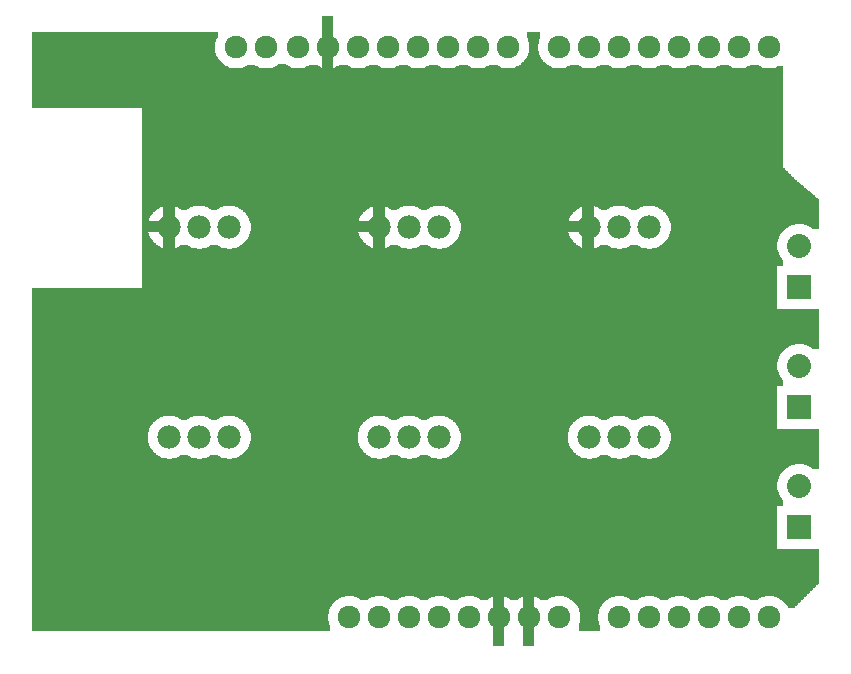
<source format=gbl>
G04 MADE WITH FRITZING*
G04 WWW.FRITZING.ORG*
G04 DOUBLE SIDED*
G04 HOLES PLATED*
G04 CONTOUR ON CENTER OF CONTOUR VECTOR*
%ASAXBY*%
%FSLAX23Y23*%
%MOIN*%
%OFA0B0*%
%SFA1.0B1.0*%
%ADD10C,0.075000*%
%ADD11C,0.075833*%
%ADD12C,0.078000*%
%ADD13C,0.080000*%
%ADD14C,0.039370*%
%ADD15R,0.080000X0.080000*%
%ADD16R,0.001000X0.001000*%
%LNCOPPER0*%
G90*
G70*
G54D10*
X131Y1993D03*
G54D11*
X732Y1997D03*
X832Y1997D03*
X939Y1997D03*
X1039Y1997D03*
X1139Y1997D03*
X1239Y1997D03*
X1339Y1997D03*
X1439Y1997D03*
X1539Y1997D03*
X1639Y1997D03*
X1809Y1997D03*
X1909Y1997D03*
X2009Y1997D03*
X2109Y1997D03*
X2209Y1997D03*
X2309Y1997D03*
X2409Y1997D03*
X2509Y1997D03*
X1109Y97D03*
X1209Y97D03*
X1309Y97D03*
X1409Y97D03*
X1509Y97D03*
X1609Y97D03*
X1709Y97D03*
X1809Y97D03*
X2009Y97D03*
X2109Y97D03*
X2209Y97D03*
X2309Y97D03*
X2409Y97D03*
X2509Y97D03*
G54D12*
X1909Y1397D03*
X2009Y1397D03*
X2109Y1397D03*
X1909Y697D03*
X2009Y697D03*
X2109Y697D03*
G54D13*
X2609Y397D03*
X2609Y535D03*
G54D12*
X1209Y1397D03*
X1309Y1397D03*
X1409Y1397D03*
X1209Y697D03*
X1309Y697D03*
X1409Y697D03*
G54D13*
X2609Y797D03*
X2609Y935D03*
G54D12*
X509Y1397D03*
X609Y1397D03*
X709Y1397D03*
X509Y697D03*
X609Y697D03*
X709Y697D03*
G54D13*
X2609Y1197D03*
X2609Y1335D03*
G54D14*
X2409Y697D03*
X509Y897D03*
X1809Y1297D03*
G54D15*
X2609Y397D03*
X2609Y797D03*
X2609Y1197D03*
G36*
X52Y2049D02*
X52Y1927D01*
X716Y1927D01*
X716Y1929D01*
X708Y1929D01*
X708Y1931D01*
X704Y1931D01*
X704Y1933D01*
X700Y1933D01*
X700Y1935D01*
X696Y1935D01*
X696Y1937D01*
X694Y1937D01*
X694Y1939D01*
X690Y1939D01*
X690Y1941D01*
X688Y1941D01*
X688Y1943D01*
X686Y1943D01*
X686Y1945D01*
X684Y1945D01*
X684Y1947D01*
X682Y1947D01*
X682Y1949D01*
X680Y1949D01*
X680Y1951D01*
X678Y1951D01*
X678Y1953D01*
X676Y1953D01*
X676Y1955D01*
X674Y1955D01*
X674Y1957D01*
X672Y1957D01*
X672Y1961D01*
X670Y1961D01*
X670Y1965D01*
X668Y1965D01*
X668Y1969D01*
X666Y1969D01*
X666Y1973D01*
X664Y1973D01*
X664Y1979D01*
X662Y1979D01*
X662Y2015D01*
X664Y2015D01*
X664Y2021D01*
X666Y2021D01*
X666Y2025D01*
X668Y2025D01*
X668Y2029D01*
X670Y2029D01*
X670Y2049D01*
X52Y2049D01*
G37*
D02*
G36*
X1700Y2049D02*
X1700Y2029D01*
X1702Y2029D01*
X1702Y2027D01*
X1704Y2027D01*
X1704Y2021D01*
X1706Y2021D01*
X1706Y2015D01*
X1708Y2015D01*
X1708Y1979D01*
X1706Y1979D01*
X1706Y1973D01*
X1704Y1973D01*
X1704Y1967D01*
X1702Y1967D01*
X1702Y1965D01*
X1700Y1965D01*
X1700Y1961D01*
X1698Y1961D01*
X1698Y1957D01*
X1696Y1957D01*
X1696Y1955D01*
X1694Y1955D01*
X1694Y1953D01*
X1692Y1953D01*
X1692Y1951D01*
X1690Y1951D01*
X1690Y1949D01*
X1688Y1949D01*
X1688Y1947D01*
X1686Y1947D01*
X1686Y1945D01*
X1684Y1945D01*
X1684Y1943D01*
X1682Y1943D01*
X1682Y1941D01*
X1680Y1941D01*
X1680Y1939D01*
X1678Y1939D01*
X1678Y1937D01*
X1674Y1937D01*
X1674Y1935D01*
X1670Y1935D01*
X1670Y1933D01*
X1666Y1933D01*
X1666Y1931D01*
X1662Y1931D01*
X1662Y1929D01*
X1654Y1929D01*
X1654Y1927D01*
X1792Y1927D01*
X1792Y1929D01*
X1786Y1929D01*
X1786Y1931D01*
X1780Y1931D01*
X1780Y1933D01*
X1776Y1933D01*
X1776Y1935D01*
X1774Y1935D01*
X1774Y1937D01*
X1770Y1937D01*
X1770Y1939D01*
X1768Y1939D01*
X1768Y1941D01*
X1764Y1941D01*
X1764Y1943D01*
X1762Y1943D01*
X1762Y1945D01*
X1760Y1945D01*
X1760Y1947D01*
X1758Y1947D01*
X1758Y1949D01*
X1756Y1949D01*
X1756Y1951D01*
X1754Y1951D01*
X1754Y1953D01*
X1752Y1953D01*
X1752Y1957D01*
X1750Y1957D01*
X1750Y1959D01*
X1748Y1959D01*
X1748Y1963D01*
X1746Y1963D01*
X1746Y1967D01*
X1744Y1967D01*
X1744Y1971D01*
X1742Y1971D01*
X1742Y1975D01*
X1740Y1975D01*
X1740Y1985D01*
X1738Y1985D01*
X1738Y2009D01*
X1740Y2009D01*
X1740Y2019D01*
X1742Y2019D01*
X1742Y2023D01*
X1744Y2023D01*
X1744Y2027D01*
X1746Y2027D01*
X1746Y2049D01*
X1700Y2049D01*
G37*
D02*
G36*
X872Y1941D02*
X872Y1939D01*
X870Y1939D01*
X870Y1937D01*
X868Y1937D01*
X868Y1935D01*
X864Y1935D01*
X864Y1933D01*
X860Y1933D01*
X860Y1931D01*
X854Y1931D01*
X854Y1929D01*
X848Y1929D01*
X848Y1927D01*
X922Y1927D01*
X922Y1929D01*
X916Y1929D01*
X916Y1931D01*
X910Y1931D01*
X910Y1933D01*
X906Y1933D01*
X906Y1935D01*
X904Y1935D01*
X904Y1937D01*
X900Y1937D01*
X900Y1939D01*
X898Y1939D01*
X898Y1941D01*
X872Y1941D01*
G37*
D02*
G36*
X770Y1939D02*
X770Y1937D01*
X768Y1937D01*
X768Y1935D01*
X764Y1935D01*
X764Y1933D01*
X760Y1933D01*
X760Y1931D01*
X754Y1931D01*
X754Y1929D01*
X748Y1929D01*
X748Y1927D01*
X816Y1927D01*
X816Y1929D01*
X808Y1929D01*
X808Y1931D01*
X804Y1931D01*
X804Y1933D01*
X800Y1933D01*
X800Y1935D01*
X796Y1935D01*
X796Y1937D01*
X794Y1937D01*
X794Y1939D01*
X770Y1939D01*
G37*
D02*
G36*
X978Y1939D02*
X978Y1937D01*
X974Y1937D01*
X974Y1935D01*
X970Y1935D01*
X970Y1933D01*
X966Y1933D01*
X966Y1931D01*
X962Y1931D01*
X962Y1929D01*
X954Y1929D01*
X954Y1927D01*
X1022Y1927D01*
X1022Y1929D01*
X1016Y1929D01*
X1016Y1931D01*
X1010Y1931D01*
X1010Y1933D01*
X1006Y1933D01*
X1006Y1935D01*
X1004Y1935D01*
X1004Y1937D01*
X1000Y1937D01*
X1000Y1939D01*
X978Y1939D01*
G37*
D02*
G36*
X1078Y1939D02*
X1078Y1937D01*
X1074Y1937D01*
X1074Y1935D01*
X1070Y1935D01*
X1070Y1933D01*
X1066Y1933D01*
X1066Y1931D01*
X1062Y1931D01*
X1062Y1929D01*
X1054Y1929D01*
X1054Y1927D01*
X1122Y1927D01*
X1122Y1929D01*
X1116Y1929D01*
X1116Y1931D01*
X1110Y1931D01*
X1110Y1933D01*
X1106Y1933D01*
X1106Y1935D01*
X1104Y1935D01*
X1104Y1937D01*
X1100Y1937D01*
X1100Y1939D01*
X1078Y1939D01*
G37*
D02*
G36*
X1178Y1939D02*
X1178Y1937D01*
X1174Y1937D01*
X1174Y1935D01*
X1170Y1935D01*
X1170Y1933D01*
X1166Y1933D01*
X1166Y1931D01*
X1162Y1931D01*
X1162Y1929D01*
X1154Y1929D01*
X1154Y1927D01*
X1222Y1927D01*
X1222Y1929D01*
X1216Y1929D01*
X1216Y1931D01*
X1210Y1931D01*
X1210Y1933D01*
X1206Y1933D01*
X1206Y1935D01*
X1204Y1935D01*
X1204Y1937D01*
X1200Y1937D01*
X1200Y1939D01*
X1178Y1939D01*
G37*
D02*
G36*
X1278Y1939D02*
X1278Y1937D01*
X1274Y1937D01*
X1274Y1935D01*
X1270Y1935D01*
X1270Y1933D01*
X1266Y1933D01*
X1266Y1931D01*
X1262Y1931D01*
X1262Y1929D01*
X1254Y1929D01*
X1254Y1927D01*
X1322Y1927D01*
X1322Y1929D01*
X1316Y1929D01*
X1316Y1931D01*
X1310Y1931D01*
X1310Y1933D01*
X1306Y1933D01*
X1306Y1935D01*
X1304Y1935D01*
X1304Y1937D01*
X1300Y1937D01*
X1300Y1939D01*
X1278Y1939D01*
G37*
D02*
G36*
X1378Y1939D02*
X1378Y1937D01*
X1374Y1937D01*
X1374Y1935D01*
X1370Y1935D01*
X1370Y1933D01*
X1366Y1933D01*
X1366Y1931D01*
X1362Y1931D01*
X1362Y1929D01*
X1354Y1929D01*
X1354Y1927D01*
X1422Y1927D01*
X1422Y1929D01*
X1416Y1929D01*
X1416Y1931D01*
X1410Y1931D01*
X1410Y1933D01*
X1406Y1933D01*
X1406Y1935D01*
X1404Y1935D01*
X1404Y1937D01*
X1400Y1937D01*
X1400Y1939D01*
X1378Y1939D01*
G37*
D02*
G36*
X1478Y1939D02*
X1478Y1937D01*
X1474Y1937D01*
X1474Y1935D01*
X1470Y1935D01*
X1470Y1933D01*
X1466Y1933D01*
X1466Y1931D01*
X1462Y1931D01*
X1462Y1929D01*
X1454Y1929D01*
X1454Y1927D01*
X1522Y1927D01*
X1522Y1929D01*
X1516Y1929D01*
X1516Y1931D01*
X1510Y1931D01*
X1510Y1933D01*
X1506Y1933D01*
X1506Y1935D01*
X1504Y1935D01*
X1504Y1937D01*
X1500Y1937D01*
X1500Y1939D01*
X1478Y1939D01*
G37*
D02*
G36*
X1578Y1939D02*
X1578Y1937D01*
X1574Y1937D01*
X1574Y1935D01*
X1570Y1935D01*
X1570Y1933D01*
X1566Y1933D01*
X1566Y1931D01*
X1562Y1931D01*
X1562Y1929D01*
X1554Y1929D01*
X1554Y1927D01*
X1622Y1927D01*
X1622Y1929D01*
X1616Y1929D01*
X1616Y1931D01*
X1610Y1931D01*
X1610Y1933D01*
X1606Y1933D01*
X1606Y1935D01*
X1604Y1935D01*
X1604Y1937D01*
X1600Y1937D01*
X1600Y1939D01*
X1578Y1939D01*
G37*
D02*
G36*
X1848Y1939D02*
X1848Y1937D01*
X1844Y1937D01*
X1844Y1935D01*
X1840Y1935D01*
X1840Y1933D01*
X1836Y1933D01*
X1836Y1931D01*
X1832Y1931D01*
X1832Y1929D01*
X1824Y1929D01*
X1824Y1927D01*
X1892Y1927D01*
X1892Y1929D01*
X1886Y1929D01*
X1886Y1931D01*
X1880Y1931D01*
X1880Y1933D01*
X1876Y1933D01*
X1876Y1935D01*
X1874Y1935D01*
X1874Y1937D01*
X1870Y1937D01*
X1870Y1939D01*
X1848Y1939D01*
G37*
D02*
G36*
X1948Y1939D02*
X1948Y1937D01*
X1944Y1937D01*
X1944Y1935D01*
X1940Y1935D01*
X1940Y1933D01*
X1936Y1933D01*
X1936Y1931D01*
X1932Y1931D01*
X1932Y1929D01*
X1924Y1929D01*
X1924Y1927D01*
X1992Y1927D01*
X1992Y1929D01*
X1986Y1929D01*
X1986Y1931D01*
X1980Y1931D01*
X1980Y1933D01*
X1976Y1933D01*
X1976Y1935D01*
X1974Y1935D01*
X1974Y1937D01*
X1970Y1937D01*
X1970Y1939D01*
X1948Y1939D01*
G37*
D02*
G36*
X2048Y1939D02*
X2048Y1937D01*
X2044Y1937D01*
X2044Y1935D01*
X2040Y1935D01*
X2040Y1933D01*
X2036Y1933D01*
X2036Y1931D01*
X2032Y1931D01*
X2032Y1929D01*
X2024Y1929D01*
X2024Y1927D01*
X2092Y1927D01*
X2092Y1929D01*
X2086Y1929D01*
X2086Y1931D01*
X2080Y1931D01*
X2080Y1933D01*
X2076Y1933D01*
X2076Y1935D01*
X2074Y1935D01*
X2074Y1937D01*
X2070Y1937D01*
X2070Y1939D01*
X2048Y1939D01*
G37*
D02*
G36*
X2148Y1939D02*
X2148Y1937D01*
X2144Y1937D01*
X2144Y1935D01*
X2140Y1935D01*
X2140Y1933D01*
X2136Y1933D01*
X2136Y1931D01*
X2132Y1931D01*
X2132Y1929D01*
X2124Y1929D01*
X2124Y1927D01*
X2192Y1927D01*
X2192Y1929D01*
X2186Y1929D01*
X2186Y1931D01*
X2180Y1931D01*
X2180Y1933D01*
X2176Y1933D01*
X2176Y1935D01*
X2174Y1935D01*
X2174Y1937D01*
X2170Y1937D01*
X2170Y1939D01*
X2148Y1939D01*
G37*
D02*
G36*
X2248Y1939D02*
X2248Y1937D01*
X2244Y1937D01*
X2244Y1935D01*
X2240Y1935D01*
X2240Y1933D01*
X2236Y1933D01*
X2236Y1931D01*
X2232Y1931D01*
X2232Y1929D01*
X2224Y1929D01*
X2224Y1927D01*
X2292Y1927D01*
X2292Y1929D01*
X2286Y1929D01*
X2286Y1931D01*
X2280Y1931D01*
X2280Y1933D01*
X2276Y1933D01*
X2276Y1935D01*
X2274Y1935D01*
X2274Y1937D01*
X2270Y1937D01*
X2270Y1939D01*
X2248Y1939D01*
G37*
D02*
G36*
X2348Y1939D02*
X2348Y1937D01*
X2344Y1937D01*
X2344Y1935D01*
X2340Y1935D01*
X2340Y1933D01*
X2336Y1933D01*
X2336Y1931D01*
X2332Y1931D01*
X2332Y1929D01*
X2324Y1929D01*
X2324Y1927D01*
X2392Y1927D01*
X2392Y1929D01*
X2386Y1929D01*
X2386Y1931D01*
X2380Y1931D01*
X2380Y1933D01*
X2376Y1933D01*
X2376Y1935D01*
X2374Y1935D01*
X2374Y1937D01*
X2370Y1937D01*
X2370Y1939D01*
X2348Y1939D01*
G37*
D02*
G36*
X2448Y1939D02*
X2448Y1937D01*
X2444Y1937D01*
X2444Y1935D01*
X2440Y1935D01*
X2440Y1933D01*
X2436Y1933D01*
X2436Y1931D01*
X2432Y1931D01*
X2432Y1929D01*
X2424Y1929D01*
X2424Y1927D01*
X2492Y1927D01*
X2492Y1929D01*
X2486Y1929D01*
X2486Y1931D01*
X2480Y1931D01*
X2480Y1933D01*
X2476Y1933D01*
X2476Y1935D01*
X2474Y1935D01*
X2474Y1937D01*
X2470Y1937D01*
X2470Y1939D01*
X2448Y1939D01*
G37*
D02*
G36*
X2536Y1933D02*
X2536Y1931D01*
X2532Y1931D01*
X2532Y1929D01*
X2524Y1929D01*
X2524Y1927D01*
X2556Y1927D01*
X2556Y1933D01*
X2536Y1933D01*
G37*
D02*
G36*
X52Y1927D02*
X52Y1925D01*
X2556Y1925D01*
X2556Y1927D01*
X52Y1927D01*
G37*
D02*
G36*
X52Y1927D02*
X52Y1925D01*
X2556Y1925D01*
X2556Y1927D01*
X52Y1927D01*
G37*
D02*
G36*
X52Y1927D02*
X52Y1925D01*
X2556Y1925D01*
X2556Y1927D01*
X52Y1927D01*
G37*
D02*
G36*
X52Y1927D02*
X52Y1925D01*
X2556Y1925D01*
X2556Y1927D01*
X52Y1927D01*
G37*
D02*
G36*
X52Y1927D02*
X52Y1925D01*
X2556Y1925D01*
X2556Y1927D01*
X52Y1927D01*
G37*
D02*
G36*
X52Y1927D02*
X52Y1925D01*
X2556Y1925D01*
X2556Y1927D01*
X52Y1927D01*
G37*
D02*
G36*
X52Y1927D02*
X52Y1925D01*
X2556Y1925D01*
X2556Y1927D01*
X52Y1927D01*
G37*
D02*
G36*
X52Y1927D02*
X52Y1925D01*
X2556Y1925D01*
X2556Y1927D01*
X52Y1927D01*
G37*
D02*
G36*
X52Y1927D02*
X52Y1925D01*
X2556Y1925D01*
X2556Y1927D01*
X52Y1927D01*
G37*
D02*
G36*
X52Y1927D02*
X52Y1925D01*
X2556Y1925D01*
X2556Y1927D01*
X52Y1927D01*
G37*
D02*
G36*
X52Y1927D02*
X52Y1925D01*
X2556Y1925D01*
X2556Y1927D01*
X52Y1927D01*
G37*
D02*
G36*
X52Y1927D02*
X52Y1925D01*
X2556Y1925D01*
X2556Y1927D01*
X52Y1927D01*
G37*
D02*
G36*
X52Y1927D02*
X52Y1925D01*
X2556Y1925D01*
X2556Y1927D01*
X52Y1927D01*
G37*
D02*
G36*
X52Y1927D02*
X52Y1925D01*
X2556Y1925D01*
X2556Y1927D01*
X52Y1927D01*
G37*
D02*
G36*
X52Y1927D02*
X52Y1925D01*
X2556Y1925D01*
X2556Y1927D01*
X52Y1927D01*
G37*
D02*
G36*
X52Y1927D02*
X52Y1925D01*
X2556Y1925D01*
X2556Y1927D01*
X52Y1927D01*
G37*
D02*
G36*
X52Y1927D02*
X52Y1925D01*
X2556Y1925D01*
X2556Y1927D01*
X52Y1927D01*
G37*
D02*
G36*
X52Y1927D02*
X52Y1925D01*
X2556Y1925D01*
X2556Y1927D01*
X52Y1927D01*
G37*
D02*
G36*
X52Y1927D02*
X52Y1925D01*
X2556Y1925D01*
X2556Y1927D01*
X52Y1927D01*
G37*
D02*
G36*
X52Y1925D02*
X52Y1795D01*
X418Y1795D01*
X418Y1467D01*
X2128Y1467D01*
X2128Y1465D01*
X2134Y1465D01*
X2134Y1463D01*
X2138Y1463D01*
X2138Y1461D01*
X2142Y1461D01*
X2142Y1459D01*
X2146Y1459D01*
X2146Y1457D01*
X2148Y1457D01*
X2148Y1455D01*
X2152Y1455D01*
X2152Y1453D01*
X2154Y1453D01*
X2154Y1451D01*
X2156Y1451D01*
X2156Y1449D01*
X2158Y1449D01*
X2158Y1447D01*
X2160Y1447D01*
X2160Y1445D01*
X2162Y1445D01*
X2162Y1443D01*
X2164Y1443D01*
X2164Y1441D01*
X2166Y1441D01*
X2166Y1439D01*
X2168Y1439D01*
X2168Y1435D01*
X2170Y1435D01*
X2170Y1433D01*
X2172Y1433D01*
X2172Y1429D01*
X2174Y1429D01*
X2174Y1425D01*
X2176Y1425D01*
X2176Y1419D01*
X2178Y1419D01*
X2178Y1411D01*
X2180Y1411D01*
X2180Y1407D01*
X2624Y1407D01*
X2624Y1405D01*
X2632Y1405D01*
X2632Y1403D01*
X2636Y1403D01*
X2636Y1401D01*
X2640Y1401D01*
X2640Y1399D01*
X2644Y1399D01*
X2644Y1397D01*
X2648Y1397D01*
X2648Y1395D01*
X2650Y1395D01*
X2650Y1393D01*
X2652Y1393D01*
X2652Y1391D01*
X2674Y1391D01*
X2674Y1491D01*
X2672Y1491D01*
X2672Y1493D01*
X2670Y1493D01*
X2670Y1495D01*
X2666Y1495D01*
X2666Y1497D01*
X2664Y1497D01*
X2664Y1499D01*
X2662Y1499D01*
X2662Y1501D01*
X2660Y1501D01*
X2660Y1503D01*
X2658Y1503D01*
X2658Y1505D01*
X2654Y1505D01*
X2654Y1507D01*
X2652Y1507D01*
X2652Y1509D01*
X2650Y1509D01*
X2650Y1511D01*
X2648Y1511D01*
X2648Y1513D01*
X2646Y1513D01*
X2646Y1515D01*
X2644Y1515D01*
X2644Y1517D01*
X2640Y1517D01*
X2640Y1519D01*
X2638Y1519D01*
X2638Y1521D01*
X2636Y1521D01*
X2636Y1523D01*
X2634Y1523D01*
X2634Y1525D01*
X2632Y1525D01*
X2632Y1527D01*
X2628Y1527D01*
X2628Y1529D01*
X2626Y1529D01*
X2626Y1531D01*
X2624Y1531D01*
X2624Y1533D01*
X2622Y1533D01*
X2622Y1535D01*
X2620Y1535D01*
X2620Y1537D01*
X2618Y1537D01*
X2618Y1539D01*
X2614Y1539D01*
X2614Y1541D01*
X2612Y1541D01*
X2612Y1543D01*
X2610Y1543D01*
X2610Y1545D01*
X2608Y1545D01*
X2608Y1547D01*
X2606Y1547D01*
X2606Y1549D01*
X2602Y1549D01*
X2602Y1551D01*
X2600Y1551D01*
X2600Y1553D01*
X2598Y1553D01*
X2598Y1555D01*
X2596Y1555D01*
X2596Y1557D01*
X2594Y1557D01*
X2594Y1559D01*
X2592Y1559D01*
X2592Y1561D01*
X2590Y1561D01*
X2590Y1563D01*
X2588Y1563D01*
X2588Y1565D01*
X2586Y1565D01*
X2586Y1567D01*
X2584Y1567D01*
X2584Y1569D01*
X2582Y1569D01*
X2582Y1571D01*
X2580Y1571D01*
X2580Y1573D01*
X2578Y1573D01*
X2578Y1575D01*
X2576Y1575D01*
X2576Y1577D01*
X2574Y1577D01*
X2574Y1579D01*
X2572Y1579D01*
X2572Y1581D01*
X2570Y1581D01*
X2570Y1583D01*
X2568Y1583D01*
X2568Y1585D01*
X2566Y1585D01*
X2566Y1587D01*
X2564Y1587D01*
X2564Y1589D01*
X2562Y1589D01*
X2562Y1591D01*
X2560Y1591D01*
X2560Y1593D01*
X2558Y1593D01*
X2558Y1595D01*
X2556Y1595D01*
X2556Y1925D01*
X52Y1925D01*
G37*
D02*
G36*
X418Y1467D02*
X418Y1325D01*
X500Y1325D01*
X500Y1327D01*
X488Y1327D01*
X488Y1329D01*
X482Y1329D01*
X482Y1331D01*
X478Y1331D01*
X478Y1333D01*
X474Y1333D01*
X474Y1335D01*
X472Y1335D01*
X472Y1337D01*
X468Y1337D01*
X468Y1339D01*
X466Y1339D01*
X466Y1341D01*
X464Y1341D01*
X464Y1343D01*
X460Y1343D01*
X460Y1345D01*
X458Y1345D01*
X458Y1347D01*
X456Y1347D01*
X456Y1349D01*
X454Y1349D01*
X454Y1353D01*
X452Y1353D01*
X452Y1355D01*
X450Y1355D01*
X450Y1357D01*
X448Y1357D01*
X448Y1361D01*
X446Y1361D01*
X446Y1363D01*
X444Y1363D01*
X444Y1367D01*
X442Y1367D01*
X442Y1373D01*
X440Y1373D01*
X440Y1379D01*
X438Y1379D01*
X438Y1415D01*
X440Y1415D01*
X440Y1421D01*
X442Y1421D01*
X442Y1427D01*
X444Y1427D01*
X444Y1431D01*
X446Y1431D01*
X446Y1433D01*
X448Y1433D01*
X448Y1437D01*
X450Y1437D01*
X450Y1439D01*
X452Y1439D01*
X452Y1441D01*
X454Y1441D01*
X454Y1445D01*
X456Y1445D01*
X456Y1447D01*
X458Y1447D01*
X458Y1449D01*
X460Y1449D01*
X460Y1451D01*
X464Y1451D01*
X464Y1453D01*
X466Y1453D01*
X466Y1455D01*
X468Y1455D01*
X468Y1457D01*
X472Y1457D01*
X472Y1459D01*
X474Y1459D01*
X474Y1461D01*
X478Y1461D01*
X478Y1463D01*
X482Y1463D01*
X482Y1465D01*
X488Y1465D01*
X488Y1467D01*
X418Y1467D01*
G37*
D02*
G36*
X528Y1467D02*
X528Y1465D01*
X534Y1465D01*
X534Y1463D01*
X538Y1463D01*
X538Y1461D01*
X542Y1461D01*
X542Y1459D01*
X546Y1459D01*
X546Y1457D01*
X548Y1457D01*
X548Y1455D01*
X568Y1455D01*
X568Y1457D01*
X572Y1457D01*
X572Y1459D01*
X574Y1459D01*
X574Y1461D01*
X578Y1461D01*
X578Y1463D01*
X582Y1463D01*
X582Y1465D01*
X588Y1465D01*
X588Y1467D01*
X528Y1467D01*
G37*
D02*
G36*
X628Y1467D02*
X628Y1465D01*
X634Y1465D01*
X634Y1463D01*
X638Y1463D01*
X638Y1461D01*
X642Y1461D01*
X642Y1459D01*
X646Y1459D01*
X646Y1457D01*
X648Y1457D01*
X648Y1455D01*
X668Y1455D01*
X668Y1457D01*
X672Y1457D01*
X672Y1459D01*
X674Y1459D01*
X674Y1461D01*
X678Y1461D01*
X678Y1463D01*
X682Y1463D01*
X682Y1465D01*
X688Y1465D01*
X688Y1467D01*
X628Y1467D01*
G37*
D02*
G36*
X728Y1467D02*
X728Y1465D01*
X734Y1465D01*
X734Y1463D01*
X738Y1463D01*
X738Y1461D01*
X742Y1461D01*
X742Y1459D01*
X746Y1459D01*
X746Y1457D01*
X748Y1457D01*
X748Y1455D01*
X752Y1455D01*
X752Y1453D01*
X754Y1453D01*
X754Y1451D01*
X756Y1451D01*
X756Y1449D01*
X758Y1449D01*
X758Y1447D01*
X760Y1447D01*
X760Y1445D01*
X762Y1445D01*
X762Y1443D01*
X764Y1443D01*
X764Y1441D01*
X766Y1441D01*
X766Y1439D01*
X768Y1439D01*
X768Y1435D01*
X770Y1435D01*
X770Y1433D01*
X772Y1433D01*
X772Y1429D01*
X774Y1429D01*
X774Y1425D01*
X776Y1425D01*
X776Y1419D01*
X778Y1419D01*
X778Y1411D01*
X780Y1411D01*
X780Y1383D01*
X778Y1383D01*
X778Y1375D01*
X776Y1375D01*
X776Y1369D01*
X774Y1369D01*
X774Y1365D01*
X772Y1365D01*
X772Y1361D01*
X770Y1361D01*
X770Y1359D01*
X768Y1359D01*
X768Y1355D01*
X766Y1355D01*
X766Y1353D01*
X764Y1353D01*
X764Y1351D01*
X762Y1351D01*
X762Y1349D01*
X760Y1349D01*
X760Y1347D01*
X758Y1347D01*
X758Y1345D01*
X756Y1345D01*
X756Y1343D01*
X754Y1343D01*
X754Y1341D01*
X752Y1341D01*
X752Y1339D01*
X748Y1339D01*
X748Y1337D01*
X746Y1337D01*
X746Y1335D01*
X742Y1335D01*
X742Y1333D01*
X740Y1333D01*
X740Y1331D01*
X734Y1331D01*
X734Y1329D01*
X730Y1329D01*
X730Y1327D01*
X718Y1327D01*
X718Y1325D01*
X1200Y1325D01*
X1200Y1327D01*
X1188Y1327D01*
X1188Y1329D01*
X1182Y1329D01*
X1182Y1331D01*
X1178Y1331D01*
X1178Y1333D01*
X1174Y1333D01*
X1174Y1335D01*
X1172Y1335D01*
X1172Y1337D01*
X1168Y1337D01*
X1168Y1339D01*
X1166Y1339D01*
X1166Y1341D01*
X1164Y1341D01*
X1164Y1343D01*
X1160Y1343D01*
X1160Y1345D01*
X1158Y1345D01*
X1158Y1347D01*
X1156Y1347D01*
X1156Y1349D01*
X1154Y1349D01*
X1154Y1353D01*
X1152Y1353D01*
X1152Y1355D01*
X1150Y1355D01*
X1150Y1357D01*
X1148Y1357D01*
X1148Y1361D01*
X1146Y1361D01*
X1146Y1363D01*
X1144Y1363D01*
X1144Y1367D01*
X1142Y1367D01*
X1142Y1373D01*
X1140Y1373D01*
X1140Y1379D01*
X1138Y1379D01*
X1138Y1415D01*
X1140Y1415D01*
X1140Y1421D01*
X1142Y1421D01*
X1142Y1427D01*
X1144Y1427D01*
X1144Y1431D01*
X1146Y1431D01*
X1146Y1433D01*
X1148Y1433D01*
X1148Y1437D01*
X1150Y1437D01*
X1150Y1439D01*
X1152Y1439D01*
X1152Y1441D01*
X1154Y1441D01*
X1154Y1445D01*
X1156Y1445D01*
X1156Y1447D01*
X1158Y1447D01*
X1158Y1449D01*
X1160Y1449D01*
X1160Y1451D01*
X1164Y1451D01*
X1164Y1453D01*
X1166Y1453D01*
X1166Y1455D01*
X1168Y1455D01*
X1168Y1457D01*
X1172Y1457D01*
X1172Y1459D01*
X1174Y1459D01*
X1174Y1461D01*
X1178Y1461D01*
X1178Y1463D01*
X1182Y1463D01*
X1182Y1465D01*
X1188Y1465D01*
X1188Y1467D01*
X728Y1467D01*
G37*
D02*
G36*
X1228Y1467D02*
X1228Y1465D01*
X1234Y1465D01*
X1234Y1463D01*
X1238Y1463D01*
X1238Y1461D01*
X1242Y1461D01*
X1242Y1459D01*
X1246Y1459D01*
X1246Y1457D01*
X1248Y1457D01*
X1248Y1455D01*
X1268Y1455D01*
X1268Y1457D01*
X1272Y1457D01*
X1272Y1459D01*
X1274Y1459D01*
X1274Y1461D01*
X1278Y1461D01*
X1278Y1463D01*
X1282Y1463D01*
X1282Y1465D01*
X1288Y1465D01*
X1288Y1467D01*
X1228Y1467D01*
G37*
D02*
G36*
X1328Y1467D02*
X1328Y1465D01*
X1334Y1465D01*
X1334Y1463D01*
X1338Y1463D01*
X1338Y1461D01*
X1342Y1461D01*
X1342Y1459D01*
X1346Y1459D01*
X1346Y1457D01*
X1348Y1457D01*
X1348Y1455D01*
X1368Y1455D01*
X1368Y1457D01*
X1372Y1457D01*
X1372Y1459D01*
X1374Y1459D01*
X1374Y1461D01*
X1378Y1461D01*
X1378Y1463D01*
X1382Y1463D01*
X1382Y1465D01*
X1388Y1465D01*
X1388Y1467D01*
X1328Y1467D01*
G37*
D02*
G36*
X1428Y1467D02*
X1428Y1465D01*
X1434Y1465D01*
X1434Y1463D01*
X1438Y1463D01*
X1438Y1461D01*
X1442Y1461D01*
X1442Y1459D01*
X1446Y1459D01*
X1446Y1457D01*
X1448Y1457D01*
X1448Y1455D01*
X1452Y1455D01*
X1452Y1453D01*
X1454Y1453D01*
X1454Y1451D01*
X1456Y1451D01*
X1456Y1449D01*
X1458Y1449D01*
X1458Y1447D01*
X1460Y1447D01*
X1460Y1445D01*
X1462Y1445D01*
X1462Y1443D01*
X1464Y1443D01*
X1464Y1441D01*
X1466Y1441D01*
X1466Y1439D01*
X1468Y1439D01*
X1468Y1435D01*
X1470Y1435D01*
X1470Y1433D01*
X1472Y1433D01*
X1472Y1429D01*
X1474Y1429D01*
X1474Y1425D01*
X1476Y1425D01*
X1476Y1419D01*
X1478Y1419D01*
X1478Y1411D01*
X1480Y1411D01*
X1480Y1383D01*
X1478Y1383D01*
X1478Y1375D01*
X1476Y1375D01*
X1476Y1369D01*
X1474Y1369D01*
X1474Y1365D01*
X1472Y1365D01*
X1472Y1361D01*
X1470Y1361D01*
X1470Y1359D01*
X1468Y1359D01*
X1468Y1355D01*
X1466Y1355D01*
X1466Y1353D01*
X1464Y1353D01*
X1464Y1351D01*
X1462Y1351D01*
X1462Y1349D01*
X1460Y1349D01*
X1460Y1347D01*
X1458Y1347D01*
X1458Y1345D01*
X1456Y1345D01*
X1456Y1343D01*
X1454Y1343D01*
X1454Y1341D01*
X1452Y1341D01*
X1452Y1339D01*
X1448Y1339D01*
X1448Y1337D01*
X1446Y1337D01*
X1446Y1335D01*
X1442Y1335D01*
X1442Y1333D01*
X1440Y1333D01*
X1440Y1331D01*
X1434Y1331D01*
X1434Y1329D01*
X1430Y1329D01*
X1430Y1327D01*
X1418Y1327D01*
X1418Y1325D01*
X1900Y1325D01*
X1900Y1327D01*
X1888Y1327D01*
X1888Y1329D01*
X1882Y1329D01*
X1882Y1331D01*
X1878Y1331D01*
X1878Y1333D01*
X1874Y1333D01*
X1874Y1335D01*
X1872Y1335D01*
X1872Y1337D01*
X1868Y1337D01*
X1868Y1339D01*
X1866Y1339D01*
X1866Y1341D01*
X1864Y1341D01*
X1864Y1343D01*
X1860Y1343D01*
X1860Y1345D01*
X1858Y1345D01*
X1858Y1347D01*
X1856Y1347D01*
X1856Y1349D01*
X1854Y1349D01*
X1854Y1353D01*
X1852Y1353D01*
X1852Y1355D01*
X1850Y1355D01*
X1850Y1357D01*
X1848Y1357D01*
X1848Y1361D01*
X1846Y1361D01*
X1846Y1363D01*
X1844Y1363D01*
X1844Y1367D01*
X1842Y1367D01*
X1842Y1373D01*
X1840Y1373D01*
X1840Y1379D01*
X1838Y1379D01*
X1838Y1415D01*
X1840Y1415D01*
X1840Y1421D01*
X1842Y1421D01*
X1842Y1427D01*
X1844Y1427D01*
X1844Y1431D01*
X1846Y1431D01*
X1846Y1433D01*
X1848Y1433D01*
X1848Y1437D01*
X1850Y1437D01*
X1850Y1439D01*
X1852Y1439D01*
X1852Y1441D01*
X1854Y1441D01*
X1854Y1445D01*
X1856Y1445D01*
X1856Y1447D01*
X1858Y1447D01*
X1858Y1449D01*
X1860Y1449D01*
X1860Y1451D01*
X1864Y1451D01*
X1864Y1453D01*
X1866Y1453D01*
X1866Y1455D01*
X1868Y1455D01*
X1868Y1457D01*
X1872Y1457D01*
X1872Y1459D01*
X1874Y1459D01*
X1874Y1461D01*
X1878Y1461D01*
X1878Y1463D01*
X1882Y1463D01*
X1882Y1465D01*
X1888Y1465D01*
X1888Y1467D01*
X1428Y1467D01*
G37*
D02*
G36*
X1928Y1467D02*
X1928Y1465D01*
X1934Y1465D01*
X1934Y1463D01*
X1938Y1463D01*
X1938Y1461D01*
X1942Y1461D01*
X1942Y1459D01*
X1946Y1459D01*
X1946Y1457D01*
X1948Y1457D01*
X1948Y1455D01*
X1968Y1455D01*
X1968Y1457D01*
X1972Y1457D01*
X1972Y1459D01*
X1974Y1459D01*
X1974Y1461D01*
X1978Y1461D01*
X1978Y1463D01*
X1982Y1463D01*
X1982Y1465D01*
X1988Y1465D01*
X1988Y1467D01*
X1928Y1467D01*
G37*
D02*
G36*
X2028Y1467D02*
X2028Y1465D01*
X2034Y1465D01*
X2034Y1463D01*
X2038Y1463D01*
X2038Y1461D01*
X2042Y1461D01*
X2042Y1459D01*
X2046Y1459D01*
X2046Y1457D01*
X2048Y1457D01*
X2048Y1455D01*
X2068Y1455D01*
X2068Y1457D01*
X2072Y1457D01*
X2072Y1459D01*
X2074Y1459D01*
X2074Y1461D01*
X2078Y1461D01*
X2078Y1463D01*
X2082Y1463D01*
X2082Y1465D01*
X2088Y1465D01*
X2088Y1467D01*
X2028Y1467D01*
G37*
D02*
G36*
X2180Y1407D02*
X2180Y1383D01*
X2178Y1383D01*
X2178Y1375D01*
X2176Y1375D01*
X2176Y1369D01*
X2174Y1369D01*
X2174Y1365D01*
X2172Y1365D01*
X2172Y1361D01*
X2170Y1361D01*
X2170Y1359D01*
X2168Y1359D01*
X2168Y1355D01*
X2166Y1355D01*
X2166Y1353D01*
X2164Y1353D01*
X2164Y1351D01*
X2162Y1351D01*
X2162Y1349D01*
X2160Y1349D01*
X2160Y1347D01*
X2158Y1347D01*
X2158Y1345D01*
X2156Y1345D01*
X2156Y1343D01*
X2154Y1343D01*
X2154Y1341D01*
X2152Y1341D01*
X2152Y1339D01*
X2150Y1339D01*
X2150Y1337D01*
X2146Y1337D01*
X2146Y1335D01*
X2142Y1335D01*
X2142Y1333D01*
X2140Y1333D01*
X2140Y1331D01*
X2134Y1331D01*
X2134Y1329D01*
X2130Y1329D01*
X2130Y1327D01*
X2118Y1327D01*
X2118Y1325D01*
X2536Y1325D01*
X2536Y1349D01*
X2538Y1349D01*
X2538Y1357D01*
X2540Y1357D01*
X2540Y1363D01*
X2542Y1363D01*
X2542Y1367D01*
X2544Y1367D01*
X2544Y1369D01*
X2546Y1369D01*
X2546Y1373D01*
X2548Y1373D01*
X2548Y1377D01*
X2550Y1377D01*
X2550Y1379D01*
X2552Y1379D01*
X2552Y1381D01*
X2554Y1381D01*
X2554Y1383D01*
X2556Y1383D01*
X2556Y1385D01*
X2558Y1385D01*
X2558Y1387D01*
X2560Y1387D01*
X2560Y1389D01*
X2562Y1389D01*
X2562Y1391D01*
X2564Y1391D01*
X2564Y1393D01*
X2566Y1393D01*
X2566Y1395D01*
X2570Y1395D01*
X2570Y1397D01*
X2572Y1397D01*
X2572Y1399D01*
X2576Y1399D01*
X2576Y1401D01*
X2580Y1401D01*
X2580Y1403D01*
X2586Y1403D01*
X2586Y1405D01*
X2594Y1405D01*
X2594Y1407D01*
X2180Y1407D01*
G37*
D02*
G36*
X548Y1339D02*
X548Y1337D01*
X546Y1337D01*
X546Y1335D01*
X542Y1335D01*
X542Y1333D01*
X540Y1333D01*
X540Y1331D01*
X534Y1331D01*
X534Y1329D01*
X530Y1329D01*
X530Y1327D01*
X518Y1327D01*
X518Y1325D01*
X600Y1325D01*
X600Y1327D01*
X588Y1327D01*
X588Y1329D01*
X582Y1329D01*
X582Y1331D01*
X578Y1331D01*
X578Y1333D01*
X574Y1333D01*
X574Y1335D01*
X572Y1335D01*
X572Y1337D01*
X568Y1337D01*
X568Y1339D01*
X548Y1339D01*
G37*
D02*
G36*
X648Y1339D02*
X648Y1337D01*
X646Y1337D01*
X646Y1335D01*
X642Y1335D01*
X642Y1333D01*
X640Y1333D01*
X640Y1331D01*
X634Y1331D01*
X634Y1329D01*
X630Y1329D01*
X630Y1327D01*
X618Y1327D01*
X618Y1325D01*
X700Y1325D01*
X700Y1327D01*
X688Y1327D01*
X688Y1329D01*
X682Y1329D01*
X682Y1331D01*
X678Y1331D01*
X678Y1333D01*
X674Y1333D01*
X674Y1335D01*
X672Y1335D01*
X672Y1337D01*
X668Y1337D01*
X668Y1339D01*
X648Y1339D01*
G37*
D02*
G36*
X1248Y1339D02*
X1248Y1337D01*
X1246Y1337D01*
X1246Y1335D01*
X1242Y1335D01*
X1242Y1333D01*
X1240Y1333D01*
X1240Y1331D01*
X1234Y1331D01*
X1234Y1329D01*
X1230Y1329D01*
X1230Y1327D01*
X1218Y1327D01*
X1218Y1325D01*
X1300Y1325D01*
X1300Y1327D01*
X1288Y1327D01*
X1288Y1329D01*
X1282Y1329D01*
X1282Y1331D01*
X1278Y1331D01*
X1278Y1333D01*
X1274Y1333D01*
X1274Y1335D01*
X1272Y1335D01*
X1272Y1337D01*
X1268Y1337D01*
X1268Y1339D01*
X1248Y1339D01*
G37*
D02*
G36*
X1348Y1339D02*
X1348Y1337D01*
X1346Y1337D01*
X1346Y1335D01*
X1342Y1335D01*
X1342Y1333D01*
X1340Y1333D01*
X1340Y1331D01*
X1334Y1331D01*
X1334Y1329D01*
X1330Y1329D01*
X1330Y1327D01*
X1318Y1327D01*
X1318Y1325D01*
X1400Y1325D01*
X1400Y1327D01*
X1388Y1327D01*
X1388Y1329D01*
X1382Y1329D01*
X1382Y1331D01*
X1378Y1331D01*
X1378Y1333D01*
X1374Y1333D01*
X1374Y1335D01*
X1372Y1335D01*
X1372Y1337D01*
X1368Y1337D01*
X1368Y1339D01*
X1348Y1339D01*
G37*
D02*
G36*
X1948Y1339D02*
X1948Y1337D01*
X1946Y1337D01*
X1946Y1335D01*
X1942Y1335D01*
X1942Y1333D01*
X1940Y1333D01*
X1940Y1331D01*
X1934Y1331D01*
X1934Y1329D01*
X1930Y1329D01*
X1930Y1327D01*
X1918Y1327D01*
X1918Y1325D01*
X2000Y1325D01*
X2000Y1327D01*
X1988Y1327D01*
X1988Y1329D01*
X1982Y1329D01*
X1982Y1331D01*
X1978Y1331D01*
X1978Y1333D01*
X1974Y1333D01*
X1974Y1335D01*
X1972Y1335D01*
X1972Y1337D01*
X1968Y1337D01*
X1968Y1339D01*
X1948Y1339D01*
G37*
D02*
G36*
X2046Y1337D02*
X2046Y1335D01*
X2042Y1335D01*
X2042Y1333D01*
X2040Y1333D01*
X2040Y1331D01*
X2034Y1331D01*
X2034Y1329D01*
X2030Y1329D01*
X2030Y1327D01*
X2018Y1327D01*
X2018Y1325D01*
X2100Y1325D01*
X2100Y1327D01*
X2088Y1327D01*
X2088Y1329D01*
X2082Y1329D01*
X2082Y1331D01*
X2078Y1331D01*
X2078Y1333D01*
X2074Y1333D01*
X2074Y1335D01*
X2072Y1335D01*
X2072Y1337D01*
X2046Y1337D01*
G37*
D02*
G36*
X418Y1325D02*
X418Y1323D01*
X2536Y1323D01*
X2536Y1325D01*
X418Y1325D01*
G37*
D02*
G36*
X418Y1325D02*
X418Y1323D01*
X2536Y1323D01*
X2536Y1325D01*
X418Y1325D01*
G37*
D02*
G36*
X418Y1325D02*
X418Y1323D01*
X2536Y1323D01*
X2536Y1325D01*
X418Y1325D01*
G37*
D02*
G36*
X418Y1325D02*
X418Y1323D01*
X2536Y1323D01*
X2536Y1325D01*
X418Y1325D01*
G37*
D02*
G36*
X418Y1325D02*
X418Y1323D01*
X2536Y1323D01*
X2536Y1325D01*
X418Y1325D01*
G37*
D02*
G36*
X418Y1325D02*
X418Y1323D01*
X2536Y1323D01*
X2536Y1325D01*
X418Y1325D01*
G37*
D02*
G36*
X418Y1325D02*
X418Y1323D01*
X2536Y1323D01*
X2536Y1325D01*
X418Y1325D01*
G37*
D02*
G36*
X418Y1325D02*
X418Y1323D01*
X2536Y1323D01*
X2536Y1325D01*
X418Y1325D01*
G37*
D02*
G36*
X418Y1325D02*
X418Y1323D01*
X2536Y1323D01*
X2536Y1325D01*
X418Y1325D01*
G37*
D02*
G36*
X418Y1325D02*
X418Y1323D01*
X2536Y1323D01*
X2536Y1325D01*
X418Y1325D01*
G37*
D02*
G36*
X418Y1323D02*
X418Y1193D01*
X52Y1193D01*
X52Y1007D01*
X2624Y1007D01*
X2624Y1005D01*
X2632Y1005D01*
X2632Y1003D01*
X2636Y1003D01*
X2636Y1001D01*
X2640Y1001D01*
X2640Y999D01*
X2644Y999D01*
X2644Y997D01*
X2648Y997D01*
X2648Y995D01*
X2650Y995D01*
X2650Y993D01*
X2652Y993D01*
X2652Y991D01*
X2674Y991D01*
X2674Y1125D01*
X2536Y1125D01*
X2536Y1269D01*
X2554Y1269D01*
X2554Y1289D01*
X2552Y1289D01*
X2552Y1291D01*
X2550Y1291D01*
X2550Y1293D01*
X2548Y1293D01*
X2548Y1297D01*
X2546Y1297D01*
X2546Y1299D01*
X2544Y1299D01*
X2544Y1303D01*
X2542Y1303D01*
X2542Y1307D01*
X2540Y1307D01*
X2540Y1313D01*
X2538Y1313D01*
X2538Y1321D01*
X2536Y1321D01*
X2536Y1323D01*
X418Y1323D01*
G37*
D02*
G36*
X52Y1007D02*
X52Y767D01*
X2128Y767D01*
X2128Y765D01*
X2134Y765D01*
X2134Y763D01*
X2138Y763D01*
X2138Y761D01*
X2142Y761D01*
X2142Y759D01*
X2146Y759D01*
X2146Y757D01*
X2148Y757D01*
X2148Y755D01*
X2152Y755D01*
X2152Y753D01*
X2154Y753D01*
X2154Y751D01*
X2156Y751D01*
X2156Y749D01*
X2158Y749D01*
X2158Y747D01*
X2160Y747D01*
X2160Y745D01*
X2162Y745D01*
X2162Y743D01*
X2164Y743D01*
X2164Y741D01*
X2166Y741D01*
X2166Y739D01*
X2168Y739D01*
X2168Y735D01*
X2170Y735D01*
X2170Y733D01*
X2172Y733D01*
X2172Y729D01*
X2174Y729D01*
X2174Y725D01*
X2176Y725D01*
X2176Y719D01*
X2178Y719D01*
X2178Y711D01*
X2180Y711D01*
X2180Y683D01*
X2178Y683D01*
X2178Y675D01*
X2176Y675D01*
X2176Y669D01*
X2174Y669D01*
X2174Y665D01*
X2172Y665D01*
X2172Y661D01*
X2170Y661D01*
X2170Y659D01*
X2168Y659D01*
X2168Y655D01*
X2166Y655D01*
X2166Y653D01*
X2164Y653D01*
X2164Y651D01*
X2162Y651D01*
X2162Y649D01*
X2160Y649D01*
X2160Y647D01*
X2158Y647D01*
X2158Y645D01*
X2156Y645D01*
X2156Y643D01*
X2154Y643D01*
X2154Y641D01*
X2152Y641D01*
X2152Y639D01*
X2150Y639D01*
X2150Y637D01*
X2146Y637D01*
X2146Y635D01*
X2142Y635D01*
X2142Y633D01*
X2140Y633D01*
X2140Y631D01*
X2134Y631D01*
X2134Y629D01*
X2130Y629D01*
X2130Y627D01*
X2118Y627D01*
X2118Y625D01*
X2674Y625D01*
X2674Y725D01*
X2536Y725D01*
X2536Y869D01*
X2554Y869D01*
X2554Y889D01*
X2552Y889D01*
X2552Y891D01*
X2550Y891D01*
X2550Y893D01*
X2548Y893D01*
X2548Y897D01*
X2546Y897D01*
X2546Y899D01*
X2544Y899D01*
X2544Y903D01*
X2542Y903D01*
X2542Y907D01*
X2540Y907D01*
X2540Y913D01*
X2538Y913D01*
X2538Y921D01*
X2536Y921D01*
X2536Y949D01*
X2538Y949D01*
X2538Y957D01*
X2540Y957D01*
X2540Y963D01*
X2542Y963D01*
X2542Y967D01*
X2544Y967D01*
X2544Y969D01*
X2546Y969D01*
X2546Y973D01*
X2548Y973D01*
X2548Y977D01*
X2550Y977D01*
X2550Y979D01*
X2552Y979D01*
X2552Y981D01*
X2554Y981D01*
X2554Y983D01*
X2556Y983D01*
X2556Y985D01*
X2558Y985D01*
X2558Y987D01*
X2560Y987D01*
X2560Y989D01*
X2562Y989D01*
X2562Y991D01*
X2564Y991D01*
X2564Y993D01*
X2566Y993D01*
X2566Y995D01*
X2570Y995D01*
X2570Y997D01*
X2572Y997D01*
X2572Y999D01*
X2576Y999D01*
X2576Y1001D01*
X2580Y1001D01*
X2580Y1003D01*
X2586Y1003D01*
X2586Y1005D01*
X2594Y1005D01*
X2594Y1007D01*
X52Y1007D01*
G37*
D02*
G36*
X52Y767D02*
X52Y625D01*
X500Y625D01*
X500Y627D01*
X488Y627D01*
X488Y629D01*
X482Y629D01*
X482Y631D01*
X478Y631D01*
X478Y633D01*
X474Y633D01*
X474Y635D01*
X472Y635D01*
X472Y637D01*
X468Y637D01*
X468Y639D01*
X466Y639D01*
X466Y641D01*
X464Y641D01*
X464Y643D01*
X460Y643D01*
X460Y645D01*
X458Y645D01*
X458Y647D01*
X456Y647D01*
X456Y649D01*
X454Y649D01*
X454Y653D01*
X452Y653D01*
X452Y655D01*
X450Y655D01*
X450Y657D01*
X448Y657D01*
X448Y661D01*
X446Y661D01*
X446Y663D01*
X444Y663D01*
X444Y667D01*
X442Y667D01*
X442Y673D01*
X440Y673D01*
X440Y679D01*
X438Y679D01*
X438Y715D01*
X440Y715D01*
X440Y721D01*
X442Y721D01*
X442Y727D01*
X444Y727D01*
X444Y731D01*
X446Y731D01*
X446Y733D01*
X448Y733D01*
X448Y737D01*
X450Y737D01*
X450Y739D01*
X452Y739D01*
X452Y741D01*
X454Y741D01*
X454Y745D01*
X456Y745D01*
X456Y747D01*
X458Y747D01*
X458Y749D01*
X460Y749D01*
X460Y751D01*
X464Y751D01*
X464Y753D01*
X466Y753D01*
X466Y755D01*
X468Y755D01*
X468Y757D01*
X472Y757D01*
X472Y759D01*
X474Y759D01*
X474Y761D01*
X478Y761D01*
X478Y763D01*
X482Y763D01*
X482Y765D01*
X488Y765D01*
X488Y767D01*
X52Y767D01*
G37*
D02*
G36*
X528Y767D02*
X528Y765D01*
X534Y765D01*
X534Y763D01*
X538Y763D01*
X538Y761D01*
X542Y761D01*
X542Y759D01*
X546Y759D01*
X546Y757D01*
X548Y757D01*
X548Y755D01*
X568Y755D01*
X568Y757D01*
X572Y757D01*
X572Y759D01*
X574Y759D01*
X574Y761D01*
X578Y761D01*
X578Y763D01*
X582Y763D01*
X582Y765D01*
X588Y765D01*
X588Y767D01*
X528Y767D01*
G37*
D02*
G36*
X628Y767D02*
X628Y765D01*
X634Y765D01*
X634Y763D01*
X638Y763D01*
X638Y761D01*
X642Y761D01*
X642Y759D01*
X646Y759D01*
X646Y757D01*
X648Y757D01*
X648Y755D01*
X668Y755D01*
X668Y757D01*
X672Y757D01*
X672Y759D01*
X674Y759D01*
X674Y761D01*
X678Y761D01*
X678Y763D01*
X682Y763D01*
X682Y765D01*
X688Y765D01*
X688Y767D01*
X628Y767D01*
G37*
D02*
G36*
X728Y767D02*
X728Y765D01*
X734Y765D01*
X734Y763D01*
X738Y763D01*
X738Y761D01*
X742Y761D01*
X742Y759D01*
X746Y759D01*
X746Y757D01*
X748Y757D01*
X748Y755D01*
X752Y755D01*
X752Y753D01*
X754Y753D01*
X754Y751D01*
X756Y751D01*
X756Y749D01*
X758Y749D01*
X758Y747D01*
X760Y747D01*
X760Y745D01*
X762Y745D01*
X762Y743D01*
X764Y743D01*
X764Y741D01*
X766Y741D01*
X766Y739D01*
X768Y739D01*
X768Y735D01*
X770Y735D01*
X770Y733D01*
X772Y733D01*
X772Y729D01*
X774Y729D01*
X774Y725D01*
X776Y725D01*
X776Y719D01*
X778Y719D01*
X778Y711D01*
X780Y711D01*
X780Y683D01*
X778Y683D01*
X778Y675D01*
X776Y675D01*
X776Y669D01*
X774Y669D01*
X774Y665D01*
X772Y665D01*
X772Y661D01*
X770Y661D01*
X770Y659D01*
X768Y659D01*
X768Y655D01*
X766Y655D01*
X766Y653D01*
X764Y653D01*
X764Y651D01*
X762Y651D01*
X762Y649D01*
X760Y649D01*
X760Y647D01*
X758Y647D01*
X758Y645D01*
X756Y645D01*
X756Y643D01*
X754Y643D01*
X754Y641D01*
X752Y641D01*
X752Y639D01*
X748Y639D01*
X748Y637D01*
X746Y637D01*
X746Y635D01*
X742Y635D01*
X742Y633D01*
X740Y633D01*
X740Y631D01*
X734Y631D01*
X734Y629D01*
X730Y629D01*
X730Y627D01*
X718Y627D01*
X718Y625D01*
X1200Y625D01*
X1200Y627D01*
X1188Y627D01*
X1188Y629D01*
X1182Y629D01*
X1182Y631D01*
X1178Y631D01*
X1178Y633D01*
X1174Y633D01*
X1174Y635D01*
X1172Y635D01*
X1172Y637D01*
X1168Y637D01*
X1168Y639D01*
X1166Y639D01*
X1166Y641D01*
X1164Y641D01*
X1164Y643D01*
X1160Y643D01*
X1160Y645D01*
X1158Y645D01*
X1158Y647D01*
X1156Y647D01*
X1156Y649D01*
X1154Y649D01*
X1154Y653D01*
X1152Y653D01*
X1152Y655D01*
X1150Y655D01*
X1150Y657D01*
X1148Y657D01*
X1148Y661D01*
X1146Y661D01*
X1146Y663D01*
X1144Y663D01*
X1144Y667D01*
X1142Y667D01*
X1142Y673D01*
X1140Y673D01*
X1140Y679D01*
X1138Y679D01*
X1138Y715D01*
X1140Y715D01*
X1140Y721D01*
X1142Y721D01*
X1142Y727D01*
X1144Y727D01*
X1144Y731D01*
X1146Y731D01*
X1146Y733D01*
X1148Y733D01*
X1148Y737D01*
X1150Y737D01*
X1150Y739D01*
X1152Y739D01*
X1152Y741D01*
X1154Y741D01*
X1154Y745D01*
X1156Y745D01*
X1156Y747D01*
X1158Y747D01*
X1158Y749D01*
X1160Y749D01*
X1160Y751D01*
X1164Y751D01*
X1164Y753D01*
X1166Y753D01*
X1166Y755D01*
X1168Y755D01*
X1168Y757D01*
X1172Y757D01*
X1172Y759D01*
X1174Y759D01*
X1174Y761D01*
X1178Y761D01*
X1178Y763D01*
X1182Y763D01*
X1182Y765D01*
X1188Y765D01*
X1188Y767D01*
X728Y767D01*
G37*
D02*
G36*
X1228Y767D02*
X1228Y765D01*
X1234Y765D01*
X1234Y763D01*
X1238Y763D01*
X1238Y761D01*
X1242Y761D01*
X1242Y759D01*
X1246Y759D01*
X1246Y757D01*
X1248Y757D01*
X1248Y755D01*
X1268Y755D01*
X1268Y757D01*
X1272Y757D01*
X1272Y759D01*
X1274Y759D01*
X1274Y761D01*
X1278Y761D01*
X1278Y763D01*
X1282Y763D01*
X1282Y765D01*
X1288Y765D01*
X1288Y767D01*
X1228Y767D01*
G37*
D02*
G36*
X1328Y767D02*
X1328Y765D01*
X1334Y765D01*
X1334Y763D01*
X1338Y763D01*
X1338Y761D01*
X1342Y761D01*
X1342Y759D01*
X1346Y759D01*
X1346Y757D01*
X1348Y757D01*
X1348Y755D01*
X1368Y755D01*
X1368Y757D01*
X1372Y757D01*
X1372Y759D01*
X1374Y759D01*
X1374Y761D01*
X1378Y761D01*
X1378Y763D01*
X1382Y763D01*
X1382Y765D01*
X1388Y765D01*
X1388Y767D01*
X1328Y767D01*
G37*
D02*
G36*
X1428Y767D02*
X1428Y765D01*
X1434Y765D01*
X1434Y763D01*
X1438Y763D01*
X1438Y761D01*
X1442Y761D01*
X1442Y759D01*
X1446Y759D01*
X1446Y757D01*
X1448Y757D01*
X1448Y755D01*
X1452Y755D01*
X1452Y753D01*
X1454Y753D01*
X1454Y751D01*
X1456Y751D01*
X1456Y749D01*
X1458Y749D01*
X1458Y747D01*
X1460Y747D01*
X1460Y745D01*
X1462Y745D01*
X1462Y743D01*
X1464Y743D01*
X1464Y741D01*
X1466Y741D01*
X1466Y739D01*
X1468Y739D01*
X1468Y735D01*
X1470Y735D01*
X1470Y733D01*
X1472Y733D01*
X1472Y729D01*
X1474Y729D01*
X1474Y725D01*
X1476Y725D01*
X1476Y719D01*
X1478Y719D01*
X1478Y711D01*
X1480Y711D01*
X1480Y683D01*
X1478Y683D01*
X1478Y675D01*
X1476Y675D01*
X1476Y669D01*
X1474Y669D01*
X1474Y665D01*
X1472Y665D01*
X1472Y661D01*
X1470Y661D01*
X1470Y659D01*
X1468Y659D01*
X1468Y655D01*
X1466Y655D01*
X1466Y653D01*
X1464Y653D01*
X1464Y651D01*
X1462Y651D01*
X1462Y649D01*
X1460Y649D01*
X1460Y647D01*
X1458Y647D01*
X1458Y645D01*
X1456Y645D01*
X1456Y643D01*
X1454Y643D01*
X1454Y641D01*
X1452Y641D01*
X1452Y639D01*
X1448Y639D01*
X1448Y637D01*
X1446Y637D01*
X1446Y635D01*
X1442Y635D01*
X1442Y633D01*
X1440Y633D01*
X1440Y631D01*
X1434Y631D01*
X1434Y629D01*
X1430Y629D01*
X1430Y627D01*
X1418Y627D01*
X1418Y625D01*
X1900Y625D01*
X1900Y627D01*
X1888Y627D01*
X1888Y629D01*
X1882Y629D01*
X1882Y631D01*
X1878Y631D01*
X1878Y633D01*
X1874Y633D01*
X1874Y635D01*
X1872Y635D01*
X1872Y637D01*
X1868Y637D01*
X1868Y639D01*
X1866Y639D01*
X1866Y641D01*
X1864Y641D01*
X1864Y643D01*
X1860Y643D01*
X1860Y645D01*
X1858Y645D01*
X1858Y647D01*
X1856Y647D01*
X1856Y649D01*
X1854Y649D01*
X1854Y653D01*
X1852Y653D01*
X1852Y655D01*
X1850Y655D01*
X1850Y657D01*
X1848Y657D01*
X1848Y661D01*
X1846Y661D01*
X1846Y663D01*
X1844Y663D01*
X1844Y667D01*
X1842Y667D01*
X1842Y673D01*
X1840Y673D01*
X1840Y679D01*
X1838Y679D01*
X1838Y715D01*
X1840Y715D01*
X1840Y721D01*
X1842Y721D01*
X1842Y727D01*
X1844Y727D01*
X1844Y731D01*
X1846Y731D01*
X1846Y733D01*
X1848Y733D01*
X1848Y737D01*
X1850Y737D01*
X1850Y739D01*
X1852Y739D01*
X1852Y741D01*
X1854Y741D01*
X1854Y745D01*
X1856Y745D01*
X1856Y747D01*
X1858Y747D01*
X1858Y749D01*
X1860Y749D01*
X1860Y751D01*
X1864Y751D01*
X1864Y753D01*
X1866Y753D01*
X1866Y755D01*
X1868Y755D01*
X1868Y757D01*
X1872Y757D01*
X1872Y759D01*
X1874Y759D01*
X1874Y761D01*
X1878Y761D01*
X1878Y763D01*
X1882Y763D01*
X1882Y765D01*
X1888Y765D01*
X1888Y767D01*
X1428Y767D01*
G37*
D02*
G36*
X1928Y767D02*
X1928Y765D01*
X1934Y765D01*
X1934Y763D01*
X1938Y763D01*
X1938Y761D01*
X1942Y761D01*
X1942Y759D01*
X1946Y759D01*
X1946Y757D01*
X1948Y757D01*
X1948Y755D01*
X1968Y755D01*
X1968Y757D01*
X1972Y757D01*
X1972Y759D01*
X1974Y759D01*
X1974Y761D01*
X1978Y761D01*
X1978Y763D01*
X1982Y763D01*
X1982Y765D01*
X1988Y765D01*
X1988Y767D01*
X1928Y767D01*
G37*
D02*
G36*
X2028Y767D02*
X2028Y765D01*
X2034Y765D01*
X2034Y763D01*
X2038Y763D01*
X2038Y761D01*
X2042Y761D01*
X2042Y759D01*
X2046Y759D01*
X2046Y757D01*
X2048Y757D01*
X2048Y755D01*
X2068Y755D01*
X2068Y757D01*
X2072Y757D01*
X2072Y759D01*
X2074Y759D01*
X2074Y761D01*
X2078Y761D01*
X2078Y763D01*
X2082Y763D01*
X2082Y765D01*
X2088Y765D01*
X2088Y767D01*
X2028Y767D01*
G37*
D02*
G36*
X548Y639D02*
X548Y637D01*
X546Y637D01*
X546Y635D01*
X542Y635D01*
X542Y633D01*
X540Y633D01*
X540Y631D01*
X534Y631D01*
X534Y629D01*
X530Y629D01*
X530Y627D01*
X518Y627D01*
X518Y625D01*
X600Y625D01*
X600Y627D01*
X588Y627D01*
X588Y629D01*
X582Y629D01*
X582Y631D01*
X578Y631D01*
X578Y633D01*
X574Y633D01*
X574Y635D01*
X572Y635D01*
X572Y637D01*
X568Y637D01*
X568Y639D01*
X548Y639D01*
G37*
D02*
G36*
X648Y639D02*
X648Y637D01*
X646Y637D01*
X646Y635D01*
X642Y635D01*
X642Y633D01*
X640Y633D01*
X640Y631D01*
X634Y631D01*
X634Y629D01*
X630Y629D01*
X630Y627D01*
X618Y627D01*
X618Y625D01*
X700Y625D01*
X700Y627D01*
X688Y627D01*
X688Y629D01*
X682Y629D01*
X682Y631D01*
X678Y631D01*
X678Y633D01*
X674Y633D01*
X674Y635D01*
X672Y635D01*
X672Y637D01*
X668Y637D01*
X668Y639D01*
X648Y639D01*
G37*
D02*
G36*
X1248Y639D02*
X1248Y637D01*
X1246Y637D01*
X1246Y635D01*
X1242Y635D01*
X1242Y633D01*
X1240Y633D01*
X1240Y631D01*
X1234Y631D01*
X1234Y629D01*
X1230Y629D01*
X1230Y627D01*
X1218Y627D01*
X1218Y625D01*
X1300Y625D01*
X1300Y627D01*
X1288Y627D01*
X1288Y629D01*
X1282Y629D01*
X1282Y631D01*
X1278Y631D01*
X1278Y633D01*
X1274Y633D01*
X1274Y635D01*
X1272Y635D01*
X1272Y637D01*
X1268Y637D01*
X1268Y639D01*
X1248Y639D01*
G37*
D02*
G36*
X1348Y639D02*
X1348Y637D01*
X1346Y637D01*
X1346Y635D01*
X1342Y635D01*
X1342Y633D01*
X1340Y633D01*
X1340Y631D01*
X1334Y631D01*
X1334Y629D01*
X1330Y629D01*
X1330Y627D01*
X1318Y627D01*
X1318Y625D01*
X1400Y625D01*
X1400Y627D01*
X1388Y627D01*
X1388Y629D01*
X1382Y629D01*
X1382Y631D01*
X1378Y631D01*
X1378Y633D01*
X1374Y633D01*
X1374Y635D01*
X1372Y635D01*
X1372Y637D01*
X1368Y637D01*
X1368Y639D01*
X1348Y639D01*
G37*
D02*
G36*
X1948Y639D02*
X1948Y637D01*
X1946Y637D01*
X1946Y635D01*
X1942Y635D01*
X1942Y633D01*
X1940Y633D01*
X1940Y631D01*
X1934Y631D01*
X1934Y629D01*
X1930Y629D01*
X1930Y627D01*
X1918Y627D01*
X1918Y625D01*
X2000Y625D01*
X2000Y627D01*
X1988Y627D01*
X1988Y629D01*
X1982Y629D01*
X1982Y631D01*
X1978Y631D01*
X1978Y633D01*
X1974Y633D01*
X1974Y635D01*
X1972Y635D01*
X1972Y637D01*
X1968Y637D01*
X1968Y639D01*
X1948Y639D01*
G37*
D02*
G36*
X2046Y637D02*
X2046Y635D01*
X2042Y635D01*
X2042Y633D01*
X2040Y633D01*
X2040Y631D01*
X2034Y631D01*
X2034Y629D01*
X2030Y629D01*
X2030Y627D01*
X2018Y627D01*
X2018Y625D01*
X2100Y625D01*
X2100Y627D01*
X2088Y627D01*
X2088Y629D01*
X2082Y629D01*
X2082Y631D01*
X2078Y631D01*
X2078Y633D01*
X2074Y633D01*
X2074Y635D01*
X2072Y635D01*
X2072Y637D01*
X2046Y637D01*
G37*
D02*
G36*
X52Y625D02*
X52Y623D01*
X2674Y623D01*
X2674Y625D01*
X52Y625D01*
G37*
D02*
G36*
X52Y625D02*
X52Y623D01*
X2674Y623D01*
X2674Y625D01*
X52Y625D01*
G37*
D02*
G36*
X52Y625D02*
X52Y623D01*
X2674Y623D01*
X2674Y625D01*
X52Y625D01*
G37*
D02*
G36*
X52Y625D02*
X52Y623D01*
X2674Y623D01*
X2674Y625D01*
X52Y625D01*
G37*
D02*
G36*
X52Y625D02*
X52Y623D01*
X2674Y623D01*
X2674Y625D01*
X52Y625D01*
G37*
D02*
G36*
X52Y625D02*
X52Y623D01*
X2674Y623D01*
X2674Y625D01*
X52Y625D01*
G37*
D02*
G36*
X52Y625D02*
X52Y623D01*
X2674Y623D01*
X2674Y625D01*
X52Y625D01*
G37*
D02*
G36*
X52Y625D02*
X52Y623D01*
X2674Y623D01*
X2674Y625D01*
X52Y625D01*
G37*
D02*
G36*
X52Y625D02*
X52Y623D01*
X2674Y623D01*
X2674Y625D01*
X52Y625D01*
G37*
D02*
G36*
X52Y625D02*
X52Y623D01*
X2674Y623D01*
X2674Y625D01*
X52Y625D01*
G37*
D02*
G36*
X52Y623D02*
X52Y607D01*
X2624Y607D01*
X2624Y605D01*
X2632Y605D01*
X2632Y603D01*
X2636Y603D01*
X2636Y601D01*
X2640Y601D01*
X2640Y599D01*
X2644Y599D01*
X2644Y597D01*
X2648Y597D01*
X2648Y595D01*
X2650Y595D01*
X2650Y593D01*
X2652Y593D01*
X2652Y591D01*
X2674Y591D01*
X2674Y623D01*
X52Y623D01*
G37*
D02*
G36*
X52Y607D02*
X52Y167D01*
X2524Y167D01*
X2524Y165D01*
X2532Y165D01*
X2532Y163D01*
X2536Y163D01*
X2536Y161D01*
X2540Y161D01*
X2540Y159D01*
X2544Y159D01*
X2544Y157D01*
X2546Y157D01*
X2546Y155D01*
X2550Y155D01*
X2550Y153D01*
X2552Y153D01*
X2552Y151D01*
X2554Y151D01*
X2554Y149D01*
X2556Y149D01*
X2556Y147D01*
X2558Y147D01*
X2558Y145D01*
X2560Y145D01*
X2560Y143D01*
X2562Y143D01*
X2562Y141D01*
X2564Y141D01*
X2564Y139D01*
X2566Y139D01*
X2566Y137D01*
X2568Y137D01*
X2568Y133D01*
X2570Y133D01*
X2570Y129D01*
X2572Y129D01*
X2572Y127D01*
X2592Y127D01*
X2592Y129D01*
X2594Y129D01*
X2594Y131D01*
X2596Y131D01*
X2596Y133D01*
X2598Y133D01*
X2598Y135D01*
X2600Y135D01*
X2600Y137D01*
X2602Y137D01*
X2602Y139D01*
X2604Y139D01*
X2604Y141D01*
X2606Y141D01*
X2606Y143D01*
X2608Y143D01*
X2608Y145D01*
X2610Y145D01*
X2610Y147D01*
X2612Y147D01*
X2612Y149D01*
X2614Y149D01*
X2614Y151D01*
X2616Y151D01*
X2616Y153D01*
X2618Y153D01*
X2618Y155D01*
X2620Y155D01*
X2620Y157D01*
X2622Y157D01*
X2622Y159D01*
X2624Y159D01*
X2624Y161D01*
X2626Y161D01*
X2626Y163D01*
X2628Y163D01*
X2628Y165D01*
X2630Y165D01*
X2630Y167D01*
X2632Y167D01*
X2632Y169D01*
X2634Y169D01*
X2634Y171D01*
X2636Y171D01*
X2636Y173D01*
X2638Y173D01*
X2638Y175D01*
X2640Y175D01*
X2640Y177D01*
X2642Y177D01*
X2642Y179D01*
X2644Y179D01*
X2644Y181D01*
X2646Y181D01*
X2646Y183D01*
X2648Y183D01*
X2648Y185D01*
X2650Y185D01*
X2650Y187D01*
X2652Y187D01*
X2652Y189D01*
X2654Y189D01*
X2654Y191D01*
X2656Y191D01*
X2656Y193D01*
X2658Y193D01*
X2658Y195D01*
X2660Y195D01*
X2660Y197D01*
X2662Y197D01*
X2662Y199D01*
X2664Y199D01*
X2664Y201D01*
X2666Y201D01*
X2666Y203D01*
X2668Y203D01*
X2668Y205D01*
X2670Y205D01*
X2670Y207D01*
X2672Y207D01*
X2672Y209D01*
X2674Y209D01*
X2674Y325D01*
X2536Y325D01*
X2536Y469D01*
X2554Y469D01*
X2554Y489D01*
X2552Y489D01*
X2552Y491D01*
X2550Y491D01*
X2550Y493D01*
X2548Y493D01*
X2548Y497D01*
X2546Y497D01*
X2546Y499D01*
X2544Y499D01*
X2544Y503D01*
X2542Y503D01*
X2542Y507D01*
X2540Y507D01*
X2540Y513D01*
X2538Y513D01*
X2538Y521D01*
X2536Y521D01*
X2536Y549D01*
X2538Y549D01*
X2538Y557D01*
X2540Y557D01*
X2540Y563D01*
X2542Y563D01*
X2542Y567D01*
X2544Y567D01*
X2544Y569D01*
X2546Y569D01*
X2546Y573D01*
X2548Y573D01*
X2548Y577D01*
X2550Y577D01*
X2550Y579D01*
X2552Y579D01*
X2552Y581D01*
X2554Y581D01*
X2554Y583D01*
X2556Y583D01*
X2556Y585D01*
X2558Y585D01*
X2558Y587D01*
X2560Y587D01*
X2560Y589D01*
X2562Y589D01*
X2562Y591D01*
X2564Y591D01*
X2564Y593D01*
X2566Y593D01*
X2566Y595D01*
X2570Y595D01*
X2570Y597D01*
X2572Y597D01*
X2572Y599D01*
X2576Y599D01*
X2576Y601D01*
X2580Y601D01*
X2580Y603D01*
X2586Y603D01*
X2586Y605D01*
X2594Y605D01*
X2594Y607D01*
X52Y607D01*
G37*
D02*
G36*
X52Y167D02*
X52Y51D01*
X1044Y51D01*
X1044Y71D01*
X1042Y71D01*
X1042Y75D01*
X1040Y75D01*
X1040Y85D01*
X1038Y85D01*
X1038Y109D01*
X1040Y109D01*
X1040Y119D01*
X1042Y119D01*
X1042Y123D01*
X1044Y123D01*
X1044Y127D01*
X1046Y127D01*
X1046Y131D01*
X1048Y131D01*
X1048Y135D01*
X1050Y135D01*
X1050Y137D01*
X1052Y137D01*
X1052Y141D01*
X1054Y141D01*
X1054Y143D01*
X1056Y143D01*
X1056Y145D01*
X1058Y145D01*
X1058Y147D01*
X1060Y147D01*
X1060Y149D01*
X1062Y149D01*
X1062Y151D01*
X1064Y151D01*
X1064Y153D01*
X1068Y153D01*
X1068Y155D01*
X1070Y155D01*
X1070Y157D01*
X1074Y157D01*
X1074Y159D01*
X1076Y159D01*
X1076Y161D01*
X1080Y161D01*
X1080Y163D01*
X1086Y163D01*
X1086Y165D01*
X1094Y165D01*
X1094Y167D01*
X52Y167D01*
G37*
D02*
G36*
X1124Y167D02*
X1124Y165D01*
X1132Y165D01*
X1132Y163D01*
X1136Y163D01*
X1136Y161D01*
X1140Y161D01*
X1140Y159D01*
X1144Y159D01*
X1144Y157D01*
X1146Y157D01*
X1146Y155D01*
X1170Y155D01*
X1170Y157D01*
X1174Y157D01*
X1174Y159D01*
X1176Y159D01*
X1176Y161D01*
X1180Y161D01*
X1180Y163D01*
X1186Y163D01*
X1186Y165D01*
X1194Y165D01*
X1194Y167D01*
X1124Y167D01*
G37*
D02*
G36*
X1224Y167D02*
X1224Y165D01*
X1232Y165D01*
X1232Y163D01*
X1236Y163D01*
X1236Y161D01*
X1240Y161D01*
X1240Y159D01*
X1244Y159D01*
X1244Y157D01*
X1246Y157D01*
X1246Y155D01*
X1270Y155D01*
X1270Y157D01*
X1274Y157D01*
X1274Y159D01*
X1276Y159D01*
X1276Y161D01*
X1280Y161D01*
X1280Y163D01*
X1286Y163D01*
X1286Y165D01*
X1294Y165D01*
X1294Y167D01*
X1224Y167D01*
G37*
D02*
G36*
X1324Y167D02*
X1324Y165D01*
X1332Y165D01*
X1332Y163D01*
X1336Y163D01*
X1336Y161D01*
X1340Y161D01*
X1340Y159D01*
X1344Y159D01*
X1344Y157D01*
X1346Y157D01*
X1346Y155D01*
X1370Y155D01*
X1370Y157D01*
X1374Y157D01*
X1374Y159D01*
X1376Y159D01*
X1376Y161D01*
X1380Y161D01*
X1380Y163D01*
X1386Y163D01*
X1386Y165D01*
X1394Y165D01*
X1394Y167D01*
X1324Y167D01*
G37*
D02*
G36*
X1424Y167D02*
X1424Y165D01*
X1432Y165D01*
X1432Y163D01*
X1436Y163D01*
X1436Y161D01*
X1440Y161D01*
X1440Y159D01*
X1444Y159D01*
X1444Y157D01*
X1446Y157D01*
X1446Y155D01*
X1470Y155D01*
X1470Y157D01*
X1474Y157D01*
X1474Y159D01*
X1476Y159D01*
X1476Y161D01*
X1480Y161D01*
X1480Y163D01*
X1486Y163D01*
X1486Y165D01*
X1494Y165D01*
X1494Y167D01*
X1424Y167D01*
G37*
D02*
G36*
X1524Y167D02*
X1524Y165D01*
X1532Y165D01*
X1532Y163D01*
X1536Y163D01*
X1536Y161D01*
X1540Y161D01*
X1540Y159D01*
X1544Y159D01*
X1544Y157D01*
X1546Y157D01*
X1546Y155D01*
X1570Y155D01*
X1570Y157D01*
X1574Y157D01*
X1574Y159D01*
X1576Y159D01*
X1576Y161D01*
X1580Y161D01*
X1580Y163D01*
X1586Y163D01*
X1586Y165D01*
X1594Y165D01*
X1594Y167D01*
X1524Y167D01*
G37*
D02*
G36*
X1624Y167D02*
X1624Y165D01*
X1632Y165D01*
X1632Y163D01*
X1636Y163D01*
X1636Y161D01*
X1640Y161D01*
X1640Y159D01*
X1644Y159D01*
X1644Y157D01*
X1646Y157D01*
X1646Y155D01*
X1670Y155D01*
X1670Y157D01*
X1674Y157D01*
X1674Y159D01*
X1676Y159D01*
X1676Y161D01*
X1680Y161D01*
X1680Y163D01*
X1686Y163D01*
X1686Y165D01*
X1694Y165D01*
X1694Y167D01*
X1624Y167D01*
G37*
D02*
G36*
X1724Y167D02*
X1724Y165D01*
X1732Y165D01*
X1732Y163D01*
X1736Y163D01*
X1736Y161D01*
X1740Y161D01*
X1740Y159D01*
X1744Y159D01*
X1744Y157D01*
X1746Y157D01*
X1746Y155D01*
X1770Y155D01*
X1770Y157D01*
X1774Y157D01*
X1774Y159D01*
X1776Y159D01*
X1776Y161D01*
X1780Y161D01*
X1780Y163D01*
X1786Y163D01*
X1786Y165D01*
X1794Y165D01*
X1794Y167D01*
X1724Y167D01*
G37*
D02*
G36*
X1824Y167D02*
X1824Y165D01*
X1832Y165D01*
X1832Y163D01*
X1836Y163D01*
X1836Y161D01*
X1840Y161D01*
X1840Y159D01*
X1844Y159D01*
X1844Y157D01*
X1846Y157D01*
X1846Y155D01*
X1850Y155D01*
X1850Y153D01*
X1852Y153D01*
X1852Y151D01*
X1854Y151D01*
X1854Y149D01*
X1856Y149D01*
X1856Y147D01*
X1858Y147D01*
X1858Y145D01*
X1860Y145D01*
X1860Y143D01*
X1862Y143D01*
X1862Y141D01*
X1864Y141D01*
X1864Y139D01*
X1866Y139D01*
X1866Y137D01*
X1868Y137D01*
X1868Y133D01*
X1870Y133D01*
X1870Y129D01*
X1872Y129D01*
X1872Y127D01*
X1874Y127D01*
X1874Y121D01*
X1876Y121D01*
X1876Y115D01*
X1878Y115D01*
X1878Y79D01*
X1876Y79D01*
X1876Y73D01*
X1874Y73D01*
X1874Y51D01*
X1944Y51D01*
X1944Y71D01*
X1942Y71D01*
X1942Y75D01*
X1940Y75D01*
X1940Y85D01*
X1938Y85D01*
X1938Y109D01*
X1940Y109D01*
X1940Y119D01*
X1942Y119D01*
X1942Y123D01*
X1944Y123D01*
X1944Y127D01*
X1946Y127D01*
X1946Y131D01*
X1948Y131D01*
X1948Y135D01*
X1950Y135D01*
X1950Y137D01*
X1952Y137D01*
X1952Y141D01*
X1954Y141D01*
X1954Y143D01*
X1956Y143D01*
X1956Y145D01*
X1958Y145D01*
X1958Y147D01*
X1960Y147D01*
X1960Y149D01*
X1962Y149D01*
X1962Y151D01*
X1964Y151D01*
X1964Y153D01*
X1968Y153D01*
X1968Y155D01*
X1970Y155D01*
X1970Y157D01*
X1974Y157D01*
X1974Y159D01*
X1976Y159D01*
X1976Y161D01*
X1980Y161D01*
X1980Y163D01*
X1986Y163D01*
X1986Y165D01*
X1994Y165D01*
X1994Y167D01*
X1824Y167D01*
G37*
D02*
G36*
X2024Y167D02*
X2024Y165D01*
X2032Y165D01*
X2032Y163D01*
X2036Y163D01*
X2036Y161D01*
X2040Y161D01*
X2040Y159D01*
X2044Y159D01*
X2044Y157D01*
X2046Y157D01*
X2046Y155D01*
X2070Y155D01*
X2070Y157D01*
X2074Y157D01*
X2074Y159D01*
X2076Y159D01*
X2076Y161D01*
X2080Y161D01*
X2080Y163D01*
X2086Y163D01*
X2086Y165D01*
X2094Y165D01*
X2094Y167D01*
X2024Y167D01*
G37*
D02*
G36*
X2124Y167D02*
X2124Y165D01*
X2132Y165D01*
X2132Y163D01*
X2136Y163D01*
X2136Y161D01*
X2140Y161D01*
X2140Y159D01*
X2144Y159D01*
X2144Y157D01*
X2146Y157D01*
X2146Y155D01*
X2170Y155D01*
X2170Y157D01*
X2174Y157D01*
X2174Y159D01*
X2176Y159D01*
X2176Y161D01*
X2180Y161D01*
X2180Y163D01*
X2186Y163D01*
X2186Y165D01*
X2194Y165D01*
X2194Y167D01*
X2124Y167D01*
G37*
D02*
G36*
X2224Y167D02*
X2224Y165D01*
X2232Y165D01*
X2232Y163D01*
X2236Y163D01*
X2236Y161D01*
X2240Y161D01*
X2240Y159D01*
X2244Y159D01*
X2244Y157D01*
X2246Y157D01*
X2246Y155D01*
X2270Y155D01*
X2270Y157D01*
X2274Y157D01*
X2274Y159D01*
X2276Y159D01*
X2276Y161D01*
X2280Y161D01*
X2280Y163D01*
X2286Y163D01*
X2286Y165D01*
X2294Y165D01*
X2294Y167D01*
X2224Y167D01*
G37*
D02*
G36*
X2324Y167D02*
X2324Y165D01*
X2332Y165D01*
X2332Y163D01*
X2336Y163D01*
X2336Y161D01*
X2340Y161D01*
X2340Y159D01*
X2344Y159D01*
X2344Y157D01*
X2346Y157D01*
X2346Y155D01*
X2370Y155D01*
X2370Y157D01*
X2374Y157D01*
X2374Y159D01*
X2376Y159D01*
X2376Y161D01*
X2380Y161D01*
X2380Y163D01*
X2386Y163D01*
X2386Y165D01*
X2394Y165D01*
X2394Y167D01*
X2324Y167D01*
G37*
D02*
G36*
X2424Y167D02*
X2424Y165D01*
X2432Y165D01*
X2432Y163D01*
X2436Y163D01*
X2436Y161D01*
X2440Y161D01*
X2440Y159D01*
X2444Y159D01*
X2444Y157D01*
X2446Y157D01*
X2446Y155D01*
X2470Y155D01*
X2470Y157D01*
X2474Y157D01*
X2474Y159D01*
X2476Y159D01*
X2476Y161D01*
X2480Y161D01*
X2480Y163D01*
X2486Y163D01*
X2486Y165D01*
X2494Y165D01*
X2494Y167D01*
X2424Y167D01*
G37*
D02*
G36*
X1019Y1981D02*
X1056Y1981D01*
X1056Y1927D01*
X1019Y1927D01*
X1019Y1981D01*
G37*
D02*
G36*
X1587Y171D02*
X1624Y171D01*
X1624Y117D01*
X1587Y117D01*
X1587Y171D01*
G37*
D02*
G36*
X1587Y83D02*
X1624Y83D01*
X1624Y1D01*
X1587Y1D01*
X1587Y83D01*
G37*
D02*
G36*
X1687Y171D02*
X1724Y171D01*
X1724Y117D01*
X1687Y117D01*
X1687Y171D01*
G37*
D02*
G36*
X1687Y83D02*
X1724Y83D01*
X1724Y1D01*
X1687Y1D01*
X1687Y83D01*
G37*
D02*
G36*
X1886Y1471D02*
X1925Y1471D01*
X1925Y1419D01*
X1886Y1419D01*
X1886Y1471D01*
G37*
D02*
G36*
X1886Y1381D02*
X1925Y1381D01*
X1925Y1325D01*
X1886Y1325D01*
X1886Y1381D01*
G37*
D02*
G36*
X1834Y1419D02*
X1886Y1419D01*
X1886Y1380D01*
X1834Y1380D01*
X1834Y1419D01*
G37*
D02*
G36*
X1188Y1471D02*
X1227Y1471D01*
X1227Y1419D01*
X1188Y1419D01*
X1188Y1471D01*
G37*
D02*
G36*
X1188Y1381D02*
X1227Y1381D01*
X1227Y1325D01*
X1188Y1325D01*
X1188Y1381D01*
G37*
D02*
G36*
X1134Y1419D02*
X1188Y1419D01*
X1188Y1380D01*
X1134Y1380D01*
X1134Y1419D01*
G37*
D02*
G36*
X488Y1471D02*
X527Y1471D01*
X527Y1419D01*
X488Y1419D01*
X488Y1471D01*
G37*
D02*
G36*
X488Y1381D02*
X527Y1381D01*
X527Y1325D01*
X488Y1325D01*
X488Y1381D01*
G37*
D02*
G36*
X434Y1419D02*
X488Y1419D01*
X488Y1380D01*
X434Y1380D01*
X434Y1419D01*
G37*
D02*
G54D16*
X1019Y2101D02*
X1055Y2101D01*
X1019Y2100D02*
X1055Y2100D01*
X1019Y2099D02*
X1055Y2099D01*
X1019Y2098D02*
X1055Y2098D01*
X1019Y2097D02*
X1055Y2097D01*
X1019Y2096D02*
X1055Y2096D01*
X1019Y2095D02*
X1055Y2095D01*
X1019Y2094D02*
X1055Y2094D01*
X1019Y2093D02*
X1055Y2093D01*
X1019Y2092D02*
X1055Y2092D01*
X1019Y2091D02*
X1055Y2091D01*
X1019Y2090D02*
X1055Y2090D01*
X1019Y2089D02*
X1055Y2089D01*
X1019Y2088D02*
X1055Y2088D01*
X1019Y2087D02*
X1055Y2087D01*
X1019Y2086D02*
X1055Y2086D01*
X1019Y2085D02*
X1055Y2085D01*
X1019Y2084D02*
X1055Y2084D01*
X1019Y2083D02*
X1055Y2083D01*
X1019Y2082D02*
X1055Y2082D01*
X1019Y2081D02*
X1055Y2081D01*
X1019Y2080D02*
X1055Y2080D01*
X1019Y2079D02*
X1055Y2079D01*
X1019Y2078D02*
X1055Y2078D01*
X1019Y2077D02*
X1055Y2077D01*
X1019Y2076D02*
X1055Y2076D01*
X1019Y2075D02*
X1055Y2075D01*
X1019Y2074D02*
X1055Y2074D01*
X1019Y2073D02*
X1055Y2073D01*
X1019Y2072D02*
X1055Y2072D01*
X1019Y2071D02*
X1055Y2071D01*
X1019Y2070D02*
X1055Y2070D01*
X1019Y2069D02*
X1055Y2069D01*
X1019Y2068D02*
X1055Y2068D01*
X1019Y2067D02*
X1055Y2067D01*
X1019Y2066D02*
X1055Y2066D01*
X1019Y2065D02*
X1055Y2065D01*
X1019Y2064D02*
X1055Y2064D01*
X1019Y2063D02*
X1055Y2063D01*
X1019Y2062D02*
X1055Y2062D01*
X1019Y2061D02*
X1055Y2061D01*
X1019Y2060D02*
X1055Y2060D01*
X1019Y2059D02*
X1055Y2059D01*
X1019Y2058D02*
X1055Y2058D01*
X1019Y2057D02*
X1055Y2057D01*
X1019Y2056D02*
X1055Y2056D01*
X1019Y2055D02*
X1055Y2055D01*
X1019Y2054D02*
X1055Y2054D01*
X1019Y2053D02*
X1055Y2053D01*
X1019Y2052D02*
X1055Y2052D01*
X1019Y2051D02*
X1055Y2051D01*
X1019Y2050D02*
X1055Y2050D01*
X1019Y2049D02*
X1055Y2049D01*
X1019Y2048D02*
X1055Y2048D01*
X1019Y2047D02*
X1055Y2047D01*
X1019Y2046D02*
X1055Y2046D01*
X1019Y2045D02*
X1055Y2045D01*
X1019Y2044D02*
X1055Y2044D01*
X1019Y2043D02*
X1055Y2043D01*
X1019Y2042D02*
X1055Y2042D01*
X1019Y2041D02*
X1055Y2041D01*
X1019Y2040D02*
X1055Y2040D01*
X1019Y2039D02*
X1055Y2039D01*
X1019Y2038D02*
X1055Y2038D01*
X1019Y2037D02*
X1055Y2037D01*
X1019Y2036D02*
X1055Y2036D01*
X1019Y2035D02*
X1055Y2035D01*
X1019Y2034D02*
X1055Y2034D01*
X1019Y2033D02*
X1055Y2033D01*
X1019Y2032D02*
X1055Y2032D01*
X1019Y2031D02*
X1055Y2031D01*
X1019Y2030D02*
X1055Y2030D01*
X1019Y2029D02*
X1055Y2029D01*
X1019Y2028D02*
X1055Y2028D01*
X1019Y2027D02*
X1055Y2027D01*
X1019Y2026D02*
X1055Y2026D01*
X1019Y2025D02*
X1055Y2025D01*
X1019Y2024D02*
X1055Y2024D01*
X1019Y2023D02*
X1055Y2023D01*
X1019Y2022D02*
X1055Y2022D01*
X1019Y2021D02*
X1055Y2021D01*
X1019Y2020D02*
X1055Y2020D01*
X1019Y2019D02*
X1055Y2019D01*
X1019Y2018D02*
X1055Y2018D01*
X1019Y2017D02*
X1055Y2017D01*
X1019Y2016D02*
X1055Y2016D01*
D02*
G04 End of Copper0*
M02*
</source>
